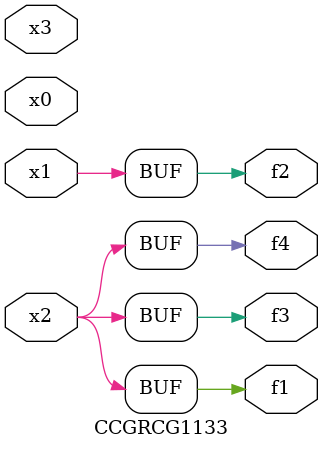
<source format=v>
module CCGRCG1133(
	input x0, x1, x2, x3,
	output f1, f2, f3, f4
);
	assign f1 = x2;
	assign f2 = x1;
	assign f3 = x2;
	assign f4 = x2;
endmodule

</source>
